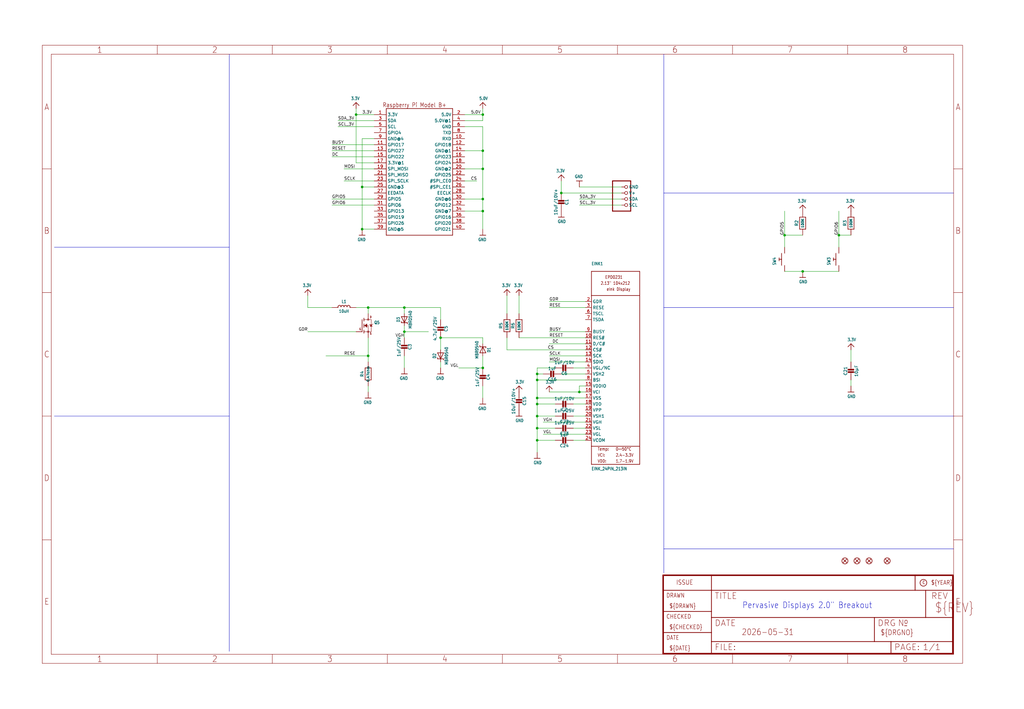
<source format=kicad_sch>
(kicad_sch (version 20230121) (generator eeschema)
  (paper "User" 430.962 298.602)
  (lib_symbols
    (symbol "working-eagle-import:3.3V" (power)
      (property "Value" "3.3V" (at -1.524 1.016 0))
      (symbol "3.3V_1_0"
        (polyline (pts (xy -1.27 -1.27) (xy 0 0)) (stroke (width 0.254)))
        (polyline (pts (xy 0 0) (xy 1.27 -1.27)) (stroke (width 0.254)))
        (pin power_in line (at 0 -2.54 90) (length 2.54) (name "3.3V") (number "1"))
      )
    )
    (symbol "working-eagle-import:5.0V" (power)
      (property "Value" "5.0V" (at -1.524 1.016 0))
      (symbol "5.0V_1_0"
        (polyline (pts (xy -1.27 -1.27) (xy 0 0)) (stroke (width 0.254)))
        (polyline (pts (xy 0 0) (xy 1.27 -1.27)) (stroke (width 0.254)))
        (pin power_in line (at 0 -2.54 90) (length 2.54) (name "5.0V") (number "1"))
      )
    )
    (symbol "working-eagle-import:CAP_CERAMIC0805-NOOUTLINE"
      (property "Reference" "C" (at -2.29 1.25 90))
      (symbol "CAP_CERAMIC0805-NOOUTLINE_1_0"
        (rectangle (start -1.27 0.508) (end 1.27 1.016) (fill (type outline)))
        (rectangle (start -1.27 1.524) (end 1.27 2.032) (fill (type outline)))
        (polyline (pts (xy 0 0.762) (xy 0 0)) (stroke (width 0.1524)))
        (polyline (pts (xy 0 2.54) (xy 0 1.778)) (stroke (width 0.1524)))
        (pin passive line (at 0 5.08 270) (length 2.54) (name "1") (number "1"))
        (pin passive line (at 0 -2.54 90) (length 2.54) (name "2") (number "2"))
      )
    )
    (symbol "working-eagle-import:DIODE-SCHOTTKYSOD-123"
      (property "Reference" "D" (at 0 2.54 0))
      (symbol "DIODE-SCHOTTKYSOD-123_1_0"
        (polyline (pts (xy -1.27 -1.27) (xy 1.27 0)) (stroke (width 0.254)))
        (polyline (pts (xy -1.27 1.27) (xy -1.27 -1.27)) (stroke (width 0.254)))
        (polyline (pts (xy 1.27 -1.27) (xy 1.778 -1.27)) (stroke (width 0.254)))
        (polyline (pts (xy 1.27 0) (xy -1.27 1.27)) (stroke (width 0.254)))
        (polyline (pts (xy 1.27 0) (xy 1.27 -1.27)) (stroke (width 0.254)))
        (polyline (pts (xy 1.27 1.27) (xy 0.762 1.27)) (stroke (width 0.254)))
        (polyline (pts (xy 1.27 1.27) (xy 1.27 0)) (stroke (width 0.254)))
        (pin passive line (at -2.54 0 0) (length 2.54) (name "A") (number "A"))
        (pin passive line (at 2.54 0 180) (length 2.54) (name "C") (number "C"))
      )
    )
    (symbol "working-eagle-import:EINK_24PIN_213IN"
      (property "Reference" "EINK" (at -10.16 43.18 0))
      (symbol "EINK_24PIN_213IN_1_0"
        (polyline (pts (xy -10.16 -40.64) (xy 10.16 -40.64)) (stroke (width 0.254)))
        (polyline (pts (xy -10.16 -33.02) (xy -10.16 -40.64)) (stroke (width 0.254)))
        (polyline (pts (xy -10.16 -33.02) (xy -10.16 30.48)) (stroke (width 0.254)))
        (polyline (pts (xy -10.16 30.48) (xy 10.16 30.48)) (stroke (width 0.254)))
        (polyline (pts (xy -10.16 40.64) (xy -10.16 30.48)) (stroke (width 0.254)))
        (polyline (pts (xy -10.16 40.64) (xy 10.16 40.64)) (stroke (width 0.254)))
        (polyline (pts (xy 10.16 -40.64) (xy 10.16 -33.02)) (stroke (width 0.254)))
        (polyline (pts (xy 10.16 -33.02) (xy -10.16 -33.02)) (stroke (width 0.254)))
        (polyline (pts (xy 10.16 30.48) (xy 10.16 -33.02)) (stroke (width 0.254)))
        (polyline (pts (xy 10.16 40.64) (xy 10.16 30.48)) (stroke (width 0.254)))
        (text "0~~50°C" (at 0 -34.925 0) (effects (font (size 1.27 1.0795)) (justify left bottom)))
        (text "1.7-1.9V" (at 0 -40.005 0) (effects (font (size 1.27 1.0795)) (justify left bottom)))
        (text "2.13\" 104x212" (at -6.35 34.925 0) (effects (font (size 1.27 1.0795)) (justify left bottom)))
        (text "2.4-3.3V" (at 0 -37.465 0) (effects (font (size 1.27 1.0795)) (justify left bottom)))
        (text "eInk Display" (at -3.81 32.385 0) (effects (font (size 1.27 1.0795)) (justify left bottom)))
        (text "EPD0231" (at -4.445 37.465 0) (effects (font (size 1.27 1.0795)) (justify left bottom)))
        (text "Temp:" (at -7.62 -34.925 0) (effects (font (size 1.27 1.0795)) (justify left bottom)))
        (text "VCI:" (at -7.62 -37.465 0) (effects (font (size 1.27 1.0795)) (justify left bottom)))
        (text "VDD:" (at -7.62 -40.005 0) (effects (font (size 1.27 1.0795)) (justify left bottom)))
        (pin input line (at -12.7 12.7 0) (length 2.54) (name "RES#") (number "10"))
        (pin input line (at -12.7 10.16 0) (length 2.54) (name "D/C#") (number "11"))
        (pin input line (at -12.7 7.62 0) (length 2.54) (name "CS#") (number "12"))
        (pin bidirectional line (at -12.7 5.08 0) (length 2.54) (name "SCK") (number "13"))
        (pin bidirectional line (at -12.7 2.54 0) (length 2.54) (name "SDIO") (number "14"))
        (pin power_in line (at -12.7 -7.62 0) (length 2.54) (name "VDDIO") (number "15"))
        (pin power_in line (at -12.7 -10.16 0) (length 2.54) (name "VCI") (number "16"))
        (pin power_in line (at -12.7 -12.7 0) (length 2.54) (name "VSS") (number "17"))
        (pin passive line (at -12.7 -15.24 0) (length 2.54) (name "VDD") (number "18"))
        (pin passive line (at -12.7 -17.78 0) (length 2.54) (name "VPP") (number "19"))
        (pin output line (at -12.7 27.94 0) (length 2.54) (name "GDR") (number "2"))
        (pin passive line (at -12.7 -20.32 0) (length 2.54) (name "VSH1") (number "20"))
        (pin passive line (at -12.7 -22.86 0) (length 2.54) (name "VGH") (number "21"))
        (pin passive line (at -12.7 -25.4 0) (length 2.54) (name "VSL") (number "22"))
        (pin passive line (at -12.7 -27.94 0) (length 2.54) (name "VGL") (number "23"))
        (pin passive line (at -12.7 -30.48 0) (length 2.54) (name "VCOM") (number "24"))
        (pin input line (at -12.7 25.4 0) (length 2.54) (name "RESE") (number "3"))
        (pin bidirectional line (at -12.7 0 0) (length 2.54) (name "VGL/NC") (number "4"))
        (pin passive line (at -12.7 -2.54 0) (length 2.54) (name "VSH2") (number "5"))
        (pin output line (at -12.7 22.86 0) (length 2.54) (name "TSCL") (number "6"))
        (pin bidirectional line (at -12.7 20.32 0) (length 2.54) (name "TSDA") (number "7"))
        (pin input line (at -12.7 -5.08 0) (length 2.54) (name "BSI") (number "8"))
        (pin output line (at -12.7 15.24 0) (length 2.54) (name "BUSY") (number "9"))
      )
    )
    (symbol "working-eagle-import:FIDUCIAL_1MM"
      (symbol "FIDUCIAL_1MM_1_0"
        (polyline (pts (xy -0.762 0.762) (xy 0.762 -0.762)) (stroke (width 0.254)))
        (polyline (pts (xy 0.762 0.762) (xy -0.762 -0.762)) (stroke (width 0.254)))
        (circle (center 0 0) (radius 1.27) (stroke (width 0.254)))
      )
    )
    (symbol "working-eagle-import:FRAME_A3"
      (symbol "FRAME_A3_1_0"
        (polyline (pts (xy 0 52.07) (xy 3.81 52.07)))
        (polyline (pts (xy 0 104.14) (xy 3.81 104.14)))
        (polyline (pts (xy 0 156.21) (xy 3.81 156.21)))
        (polyline (pts (xy 0 208.28) (xy 3.81 208.28)))
        (polyline (pts (xy 3.81 3.81) (xy 3.81 256.54)))
        (polyline (pts (xy 48.4188 0) (xy 48.4188 3.81)))
        (polyline (pts (xy 48.4188 256.54) (xy 48.4188 260.35)))
        (polyline (pts (xy 96.8375 0) (xy 96.8375 3.81)))
        (polyline (pts (xy 96.8375 256.54) (xy 96.8375 260.35)))
        (polyline (pts (xy 145.2563 0) (xy 145.2563 3.81)))
        (polyline (pts (xy 145.2563 256.54) (xy 145.2563 260.35)))
        (polyline (pts (xy 193.675 0) (xy 193.675 3.81)))
        (polyline (pts (xy 193.675 256.54) (xy 193.675 260.35)))
        (polyline (pts (xy 242.0938 0) (xy 242.0938 3.81)))
        (polyline (pts (xy 242.0938 256.54) (xy 242.0938 260.35)))
        (polyline (pts (xy 288.29 3.81) (xy 383.54 3.81)) (stroke (width 0.1016)))
        (polyline (pts (xy 290.5125 0) (xy 290.5125 3.81)))
        (polyline (pts (xy 290.5125 256.54) (xy 290.5125 260.35)))
        (polyline (pts (xy 338.9313 0) (xy 338.9313 3.81)))
        (polyline (pts (xy 338.9313 256.54) (xy 338.9313 260.35)))
        (polyline (pts (xy 383.54 3.81) (xy 3.81 3.81)))
        (polyline (pts (xy 383.54 3.81) (xy 383.54 8.89)) (stroke (width 0.1016)))
        (polyline (pts (xy 383.54 3.81) (xy 383.54 256.54)))
        (polyline (pts (xy 383.54 8.89) (xy 383.54 13.97)) (stroke (width 0.1016)))
        (polyline (pts (xy 383.54 13.97) (xy 383.54 19.05)) (stroke (width 0.1016)))
        (polyline (pts (xy 383.54 19.05) (xy 383.54 24.13)) (stroke (width 0.1016)))
        (polyline (pts (xy 383.54 19.05) (xy 383.54 36.83)) (stroke (width 0.1016)))
        (polyline (pts (xy 383.54 52.07) (xy 387.35 52.07)))
        (polyline (pts (xy 383.54 104.14) (xy 387.35 104.14)))
        (polyline (pts (xy 383.54 156.21) (xy 387.35 156.21)))
        (polyline (pts (xy 383.54 208.28) (xy 387.35 208.28)))
        (polyline (pts (xy 383.54 256.54) (xy 3.81 256.54)))
        (polyline (pts (xy 0 0) (xy 387.35 0) (xy 387.35 260.35) (xy 0 260.35) (xy 0 0)))
        (text "1" (at 24.2094 1.905 0) (effects (font (size 2.54 2.286))))
        (text "1" (at 24.2094 258.445 0) (effects (font (size 2.54 2.286))))
        (text "2" (at 72.6281 1.905 0) (effects (font (size 2.54 2.286))))
        (text "2" (at 72.6281 258.445 0) (effects (font (size 2.54 2.286))))
        (text "3" (at 121.0469 1.905 0) (effects (font (size 2.54 2.286))))
        (text "3" (at 121.0469 258.445 0) (effects (font (size 2.54 2.286))))
        (text "4" (at 169.4656 1.905 0) (effects (font (size 2.54 2.286))))
        (text "4" (at 169.4656 258.445 0) (effects (font (size 2.54 2.286))))
        (text "5" (at 217.8844 1.905 0) (effects (font (size 2.54 2.286))))
        (text "5" (at 217.8844 258.445 0) (effects (font (size 2.54 2.286))))
        (text "6" (at 266.3031 1.905 0) (effects (font (size 2.54 2.286))))
        (text "6" (at 266.3031 258.445 0) (effects (font (size 2.54 2.286))))
        (text "7" (at 314.7219 1.905 0) (effects (font (size 2.54 2.286))))
        (text "7" (at 314.7219 258.445 0) (effects (font (size 2.54 2.286))))
        (text "8" (at 363.1406 1.905 0) (effects (font (size 2.54 2.286))))
        (text "8" (at 363.1406 258.445 0) (effects (font (size 2.54 2.286))))
        (text "A" (at 1.905 234.315 0) (effects (font (size 2.54 2.286))))
        (text "A" (at 385.445 234.315 0) (effects (font (size 2.54 2.286))))
        (text "B" (at 1.905 182.245 0) (effects (font (size 2.54 2.286))))
        (text "B" (at 385.445 182.245 0) (effects (font (size 2.54 2.286))))
        (text "C" (at 1.905 130.175 0) (effects (font (size 2.54 2.286))))
        (text "C" (at 385.445 130.175 0) (effects (font (size 2.54 2.286))))
        (text "D" (at 1.905 78.105 0) (effects (font (size 2.54 2.286))))
        (text "D" (at 385.445 78.105 0) (effects (font (size 2.54 2.286))))
        (text "E" (at 1.905 26.035 0) (effects (font (size 2.54 2.286))))
        (text "E" (at 385.445 26.035 0) (effects (font (size 2.54 2.286))))
      )
      (symbol "FRAME_A3_2_0"
        (polyline (pts (xy 1.27 -6.35) (xy 1.27 0)) (stroke (width 0.1016)))
        (polyline (pts (xy 1.27 0) (xy 82.55 0)) (stroke (width 0.1016)))
        (polyline (pts (xy 82.55 -6.35) (xy 1.27 -6.35)) (stroke (width 0.1016)))
        (polyline (pts (xy 82.55 0) (xy 82.55 -6.35)) (stroke (width 0.1016)))
        (text "PART OR WHOLE IS STRICTLY PROHIBITED WITHOUT WRITTEN PERMISSION!" (at 3.81 -5.08 0) (effects (font (size 1.27 1.0795)) (justify left bottom)))
        (text "PROPRIETARY" (at 3.81 -10.16 0) (effects (font (size 2.54 2.159) (thickness 0.4318) bold) (justify left bottom)))
        (text "THIS DRAWING CONTAINS CONFIDENTIAL INFORMATION. ANY REPRODUCTION IN" (at 3.81 -2.794 0) (effects (font (size 1.27 1.0795)) (justify left bottom)))
      )
      (symbol "FRAME_A3_3_0"
        (polyline (pts (xy -0.3048 1.5748) (xy 20.0152 1.5748)) (stroke (width 0.6096)))
        (polyline (pts (xy -0.3048 10.4648) (xy -0.3048 1.5748)) (stroke (width 0.6096)))
        (polyline (pts (xy -0.3048 10.4648) (xy 20.0152 10.4648)) (stroke (width 0.3048)))
        (polyline (pts (xy -0.3048 19.3548) (xy -0.3048 10.4648)) (stroke (width 0.6096)))
        (polyline (pts (xy -0.3048 19.3548) (xy 20.0152 19.3548)) (stroke (width 0.3048)))
        (polyline (pts (xy -0.3048 28.2448) (xy -0.3048 19.3548)) (stroke (width 0.6096)))
        (polyline (pts (xy -0.3048 28.2448) (xy 20.0152 28.2448)) (stroke (width 0.3048)))
        (polyline (pts (xy -0.3048 34.5948) (xy -0.3048 28.2448)) (stroke (width 0.6096)))
        (polyline (pts (xy 20.0152 1.5748) (xy 20.0152 6.6548)) (stroke (width 0.3048)))
        (polyline (pts (xy 20.0152 1.5748) (xy 95.5802 1.5748)) (stroke (width 0.6096)))
        (polyline (pts (xy 20.0152 6.6548) (xy 20.0152 10.4648)) (stroke (width 0.3048)))
        (polyline (pts (xy 20.0152 6.6548) (xy 88.5952 6.6548)) (stroke (width 0.3048)))
        (polyline (pts (xy 20.0152 10.4648) (xy 20.0152 16.8148)) (stroke (width 0.3048)))
        (polyline (pts (xy 20.0152 16.8148) (xy 20.0152 19.3548)) (stroke (width 0.3048)))
        (polyline (pts (xy 20.0152 19.3548) (xy 20.0152 28.2448)) (stroke (width 0.3048)))
        (polyline (pts (xy 20.0152 28.2448) (xy 20.0152 34.5948)) (stroke (width 0.3048)))
        (polyline (pts (xy 20.0152 28.2448) (xy 105.7402 28.2448)) (stroke (width 0.3048)))
        (polyline (pts (xy 20.0152 34.5948) (xy -0.3048 34.5948)) (stroke (width 0.6096)))
        (polyline (pts (xy 88.5952 6.6548) (xy 95.5802 6.6548)) (stroke (width 0.3048)))
        (polyline (pts (xy 88.5952 16.8148) (xy 20.0152 16.8148)) (stroke (width 0.3048)))
        (polyline (pts (xy 88.5952 16.8148) (xy 88.5952 6.6548)) (stroke (width 0.3048)))
        (polyline (pts (xy 95.5802 1.5748) (xy 121.6152 1.5748)) (stroke (width 0.6096)))
        (polyline (pts (xy 95.5802 6.6548) (xy 95.5802 1.5748)) (stroke (width 0.3048)))
        (polyline (pts (xy 95.5802 6.6548) (xy 121.6152 6.6548)) (stroke (width 0.3048)))
        (polyline (pts (xy 101.2952 13.3223) (xy 102.2477 13.3223)) (stroke (width 0.254)))
        (polyline (pts (xy 105.7402 28.2448) (xy 105.7402 34.5948)) (stroke (width 0.3048)))
        (polyline (pts (xy 105.7402 28.2448) (xy 110.1852 28.2448)) (stroke (width 0.3048)))
        (polyline (pts (xy 105.7402 34.5948) (xy 20.0152 34.5948)) (stroke (width 0.6096)))
        (polyline (pts (xy 110.1852 16.8148) (xy 88.5952 16.8148)) (stroke (width 0.3048)))
        (polyline (pts (xy 110.1852 28.2448) (xy 110.1852 16.8148)) (stroke (width 0.3048)))
        (polyline (pts (xy 110.1852 28.2448) (xy 121.6152 28.2448)) (stroke (width 0.3048)))
        (polyline (pts (xy 121.6152 6.6548) (xy 121.6152 1.5748)) (stroke (width 0.6096)))
        (polyline (pts (xy 121.6152 16.8148) (xy 110.1852 16.8148)) (stroke (width 0.3048)))
        (polyline (pts (xy 121.6152 16.8148) (xy 121.6152 6.6548)) (stroke (width 0.6096)))
        (polyline (pts (xy 121.6152 28.2448) (xy 121.6152 16.8148)) (stroke (width 0.6096)))
        (polyline (pts (xy 121.6152 34.5948) (xy 105.7402 34.5948)) (stroke (width 0.6096)))
        (polyline (pts (xy 121.6152 34.5948) (xy 121.6152 28.2448)) (stroke (width 0.6096)))
        (circle (center 109.2327 31.4198) (radius 1.4199) (stroke (width 0.254)))
        (text "${#}/${##}" (at 108.9152 2.8448 0) (effects (font (size 2.54 2.54)) (justify left bottom)))
        (text "${CHECKED}" (at 2.2352 11.7348 0) (effects (font (size 1.778 1.5113)) (justify left bottom)))
        (text "${COMPANY}" (at 23.349 29.6735 0) (effects (font (size 3.175 2.6987) (thickness 0.5397) bold) (justify left bottom)))
        (text "${CURRENT_DATE}" (at 32.7152 9.1948 0) (effects (font (size 2.54 2.159)) (justify left bottom)))
        (text "${DATE}" (at 2.2352 2.8448 0) (effects (font (size 1.778 1.5113)) (justify left bottom)))
        (text "${DRAWN}" (at 2.2352 20.6248 0) (effects (font (size 1.778 1.5113)) (justify left bottom)))
        (text "${DRGNO}" (at 91.1352 9.1948 0) (effects (font (size 2.1844 1.8567)) (justify left bottom)))
        (text "${PROJECTNAME}" (at 33.0327 2.8448 0) (effects (font (size 2.54 2.159)) (justify left bottom)))
        (text "${REV}" (at 113.9952 18.7198 0) (effects (font (size 3.81 3.2385)) (justify left bottom)))
        (text "${YEAR}" (at 112.4077 30.4673 0) (effects (font (size 1.778 1.5113)) (justify left bottom)))
        (text "C" (at 108.7564 30.7848 0) (effects (font (size 1.27 1.0795)) (justify left bottom)))
        (text "CHECKED" (at 0.9652 16.1798 0) (effects (font (size 1.778 1.5113)) (justify left bottom)))
        (text "DATE" (at 0.9652 7.2898 0) (effects (font (size 1.778 1.5113)) (justify left bottom)))
        (text "DATE" (at 21.2852 13.0048 0) (effects (font (size 2.54 2.54)) (justify left bottom)))
        (text "DRAWN" (at 0.9652 25.0698 0) (effects (font (size 1.778 1.5113)) (justify left bottom)))
        (text "DRG" (at 89.8652 13.0048 0) (effects (font (size 2.54 2.54)) (justify left bottom)))
        (text "FILE:" (at 21.2852 2.8448 0) (effects (font (size 2.54 2.54)) (justify left bottom)))
        (text "ISSUE" (at 5.0927 30.4673 0) (effects (font (size 1.9304 1.6408)) (justify left bottom)))
        (text "N" (at 98.4377 13.0048 0) (effects (font (size 2.54 2.54)) (justify left bottom)))
        (text "o" (at 100.9777 13.9573 0) (effects (font (size 2.1844 1.8567)) (justify left bottom)))
        (text "PAGE:" (at 96.8502 2.8448 0) (effects (font (size 2.54 2.54)) (justify left bottom)))
        (text "REV" (at 112.4077 24.4348 0) (effects (font (size 2.54 2.54)) (justify left bottom)))
        (text "TITLE" (at 21.2852 24.4348 0) (effects (font (size 2.54 2.54)) (justify left bottom)))
      )
    )
    (symbol "working-eagle-import:GND" (power)
      (property "Value" "GND" (at -1.524 -2.54 0))
      (symbol "GND_1_0"
        (polyline (pts (xy -1.27 0) (xy 1.27 0)) (stroke (width 0.254)))
        (pin power_in line (at 0 2.54 270) (length 2.54) (name "GND") (number "1"))
      )
    )
    (symbol "working-eagle-import:INDUCTORNR401"
      (property "Reference" "L" (at 0 2.54 0))
      (symbol "INDUCTORNR401_1_0"
        (arc (start -1.27 0.3173) (mid -1.9049 0.9497) (end -2.54 0.3175) (stroke (width 0.254)))
        (polyline (pts (xy -2.54 0.3175) (xy -2.54 0)) (stroke (width 0.254)))
        (polyline (pts (xy 2.54 0.3175) (xy 2.54 0)) (stroke (width 0.254)))
        (arc (start 0 0.3173) (mid -0.6349 0.9497) (end -1.27 0.3175) (stroke (width 0.254)))
        (arc (start 1.27 0.3173) (mid 0.6351 0.9497) (end 0 0.3175) (stroke (width 0.254)))
        (arc (start 2.54 0.3173) (mid 1.9051 0.9497) (end 1.27 0.3175) (stroke (width 0.254)))
        (pin passive line (at -5.08 0 0) (length 2.54) (name "1") (number "P$1"))
        (pin passive line (at 5.08 0 180) (length 2.54) (name "2") (number "P$2"))
      )
    )
    (symbol "working-eagle-import:IRLML2060TRPBF"
      (property "Reference" "Q" (at 5.08 0.635 0))
      (symbol "IRLML2060TRPBF_1_0"
        (polyline (pts (xy 0 2.54) (xy 0 -2.54)) (stroke (width 0.254)))
        (polyline (pts (xy 0.762 -2.54) (xy 0.762 -3.175)) (stroke (width 0.254)))
        (polyline (pts (xy 0.762 -1.905) (xy 0.762 -2.54)) (stroke (width 0.254)))
        (polyline (pts (xy 0.762 0) (xy 0.762 -0.762)) (stroke (width 0.254)))
        (polyline (pts (xy 0.762 0) (xy 2.54 0)) (stroke (width 0.1524)))
        (polyline (pts (xy 0.762 0.762) (xy 0.762 0)) (stroke (width 0.254)))
        (polyline (pts (xy 0.762 2.54) (xy 0.762 1.905)) (stroke (width 0.254)))
        (polyline (pts (xy 0.762 2.54) (xy 3.81 2.54)) (stroke (width 0.1524)))
        (polyline (pts (xy 0.762 3.175) (xy 0.762 2.54)) (stroke (width 0.254)))
        (polyline (pts (xy 2.54 -2.54) (xy 0.762 -2.54)) (stroke (width 0.1524)))
        (polyline (pts (xy 2.54 -2.54) (xy 3.81 -2.54)) (stroke (width 0.1524)))
        (polyline (pts (xy 2.54 0) (xy 2.54 -2.54)) (stroke (width 0.1524)))
        (polyline (pts (xy 3.302 0.508) (xy 3.048 0.254)) (stroke (width 0.1524)))
        (polyline (pts (xy 3.81 0.508) (xy 3.302 0.508)) (stroke (width 0.1524)))
        (polyline (pts (xy 3.81 0.508) (xy 3.81 -2.54)) (stroke (width 0.1524)))
        (polyline (pts (xy 3.81 2.54) (xy 3.81 0.508)) (stroke (width 0.1524)))
        (polyline (pts (xy 4.318 0.508) (xy 3.81 0.508)) (stroke (width 0.1524)))
        (polyline (pts (xy 4.572 0.762) (xy 4.318 0.508)) (stroke (width 0.1524)))
        (polyline (pts (xy 1.016 0) (xy 2.032 0.762) (xy 2.032 -0.762)) (stroke (width 0.1524)) (fill (type outline)))
        (polyline (pts (xy 3.81 0.508) (xy 3.302 -0.254) (xy 4.318 -0.254)) (stroke (width 0.1524)) (fill (type outline)))
        (circle (center 2.54 -2.54) (radius 0.3592))
        (circle (center 2.54 2.54) (radius 0.3592))
        (text "D" (at 3.175 3.175 0) (effects (font (size 0.8128 0.6908)) (justify left bottom)))
        (text "G" (at -1.27 -1.905 0) (effects (font (size 0.8128 0.6908)) (justify left bottom)))
        (text "S" (at 3.175 -3.81 0) (effects (font (size 0.8128 0.6908)) (justify left bottom)))
        (pin bidirectional line (at -2.54 -2.54 0) (length 2.54) (name "G") (number "1"))
        (pin bidirectional line (at 2.54 -5.08 90) (length 2.54) (name "S") (number "2"))
        (pin bidirectional line (at 2.54 5.08 270) (length 2.54) (name "D") (number "3"))
      )
    )
    (symbol "working-eagle-import:RASPBERRYPI_BPLUS_SMT_NODIM"
      (symbol "RASPBERRYPI_BPLUS_SMT_NODIM_1_0"
        (polyline (pts (xy -12.7 -30.48) (xy -12.7 22.86)) (stroke (width 0.254)))
        (polyline (pts (xy -12.7 22.86) (xy 15.24 22.86)) (stroke (width 0.254)))
        (polyline (pts (xy 15.24 -30.48) (xy -12.7 -30.48)) (stroke (width 0.254)))
        (polyline (pts (xy 15.24 22.86) (xy 15.24 -30.48)) (stroke (width 0.254)))
        (text "Raspberry Pi Model B+" (at 12.7 25.4 0) (effects (font (size 1.778 1.5113)) (justify right top)))
        (pin power_in line (at -17.78 20.32 0) (length 5.08) (name "3.3V") (number "1"))
        (pin bidirectional line (at 20.32 10.16 180) (length 5.08) (name "RXD") (number "10"))
        (pin bidirectional line (at -17.78 7.62 0) (length 5.08) (name "GPIO17") (number "11"))
        (pin bidirectional line (at 20.32 7.62 180) (length 5.08) (name "GPIO18") (number "12"))
        (pin bidirectional line (at -17.78 5.08 0) (length 5.08) (name "GPIO27") (number "13"))
        (pin power_in line (at 20.32 5.08 180) (length 5.08) (name "GND@1") (number "14"))
        (pin bidirectional line (at -17.78 2.54 0) (length 5.08) (name "GPIO22") (number "15"))
        (pin bidirectional line (at 20.32 2.54 180) (length 5.08) (name "GPIO23") (number "16"))
        (pin power_in line (at -17.78 0 0) (length 5.08) (name "3.3V@1") (number "17"))
        (pin bidirectional line (at 20.32 0 180) (length 5.08) (name "GPIO24") (number "18"))
        (pin bidirectional line (at -17.78 -2.54 0) (length 5.08) (name "SPI_MOSI") (number "19"))
        (pin power_in line (at 20.32 20.32 180) (length 5.08) (name "5.0V") (number "2"))
        (pin power_in line (at 20.32 -2.54 180) (length 5.08) (name "GND@2") (number "20"))
        (pin bidirectional line (at -17.78 -5.08 0) (length 5.08) (name "SPI_MISO") (number "21"))
        (pin bidirectional line (at 20.32 -5.08 180) (length 5.08) (name "GPIO25") (number "22"))
        (pin bidirectional line (at -17.78 -7.62 0) (length 5.08) (name "SPI_SCLK") (number "23"))
        (pin bidirectional line (at 20.32 -7.62 180) (length 5.08) (name "#SPI_CE0") (number "24"))
        (pin power_in line (at -17.78 -10.16 0) (length 5.08) (name "GND@3") (number "25"))
        (pin bidirectional line (at 20.32 -10.16 180) (length 5.08) (name "#SPI_CE1") (number "26"))
        (pin bidirectional line (at -17.78 -12.7 0) (length 5.08) (name "EEDATA") (number "27"))
        (pin bidirectional line (at 20.32 -12.7 180) (length 5.08) (name "EECLK") (number "28"))
        (pin bidirectional line (at -17.78 -15.24 0) (length 5.08) (name "GPIO5") (number "29"))
        (pin bidirectional line (at -17.78 17.78 0) (length 5.08) (name "SDA") (number "3"))
        (pin power_in line (at 20.32 -15.24 180) (length 5.08) (name "GND@6") (number "30"))
        (pin bidirectional line (at -17.78 -17.78 0) (length 5.08) (name "GPIO6") (number "31"))
        (pin bidirectional line (at 20.32 -17.78 180) (length 5.08) (name "GPIO12") (number "32"))
        (pin bidirectional line (at -17.78 -20.32 0) (length 5.08) (name "GPIO13") (number "33"))
        (pin power_in line (at 20.32 -20.32 180) (length 5.08) (name "GND@7") (number "34"))
        (pin bidirectional line (at -17.78 -22.86 0) (length 5.08) (name "GPIO19") (number "35"))
        (pin bidirectional line (at 20.32 -22.86 180) (length 5.08) (name "GPIO16") (number "36"))
        (pin bidirectional line (at -17.78 -25.4 0) (length 5.08) (name "GPIO26") (number "37"))
        (pin bidirectional line (at 20.32 -25.4 180) (length 5.08) (name "GPIO20") (number "38"))
        (pin power_in line (at -17.78 -27.94 0) (length 5.08) (name "GND@5") (number "39"))
        (pin power_in line (at 20.32 17.78 180) (length 5.08) (name "5.0V@1") (number "4"))
        (pin bidirectional line (at 20.32 -27.94 180) (length 5.08) (name "GPIO21") (number "40"))
        (pin bidirectional line (at -17.78 15.24 0) (length 5.08) (name "SCL") (number "5"))
        (pin power_in line (at 20.32 15.24 180) (length 5.08) (name "GND") (number "6"))
        (pin bidirectional line (at -17.78 12.7 0) (length 5.08) (name "GPIO4") (number "7"))
        (pin bidirectional line (at 20.32 12.7 180) (length 5.08) (name "TXD") (number "8"))
        (pin power_in line (at -17.78 10.16 0) (length 5.08) (name "GND@4") (number "9"))
      )
    )
    (symbol "working-eagle-import:RESISTOR0805_10MGAP"
      (property "Reference" "R" (at 0 2.54 0))
      (symbol "RESISTOR0805_10MGAP_1_0"
        (polyline (pts (xy -2.54 -1.27) (xy -2.54 1.27)) (stroke (width 0.254)))
        (polyline (pts (xy -2.54 1.27) (xy 2.54 1.27)) (stroke (width 0.254)))
        (polyline (pts (xy 2.54 -1.27) (xy -2.54 -1.27)) (stroke (width 0.254)))
        (polyline (pts (xy 2.54 1.27) (xy 2.54 -1.27)) (stroke (width 0.254)))
        (pin passive line (at -5.08 0 0) (length 2.54) (name "1") (number "1"))
        (pin passive line (at 5.08 0 180) (length 2.54) (name "2") (number "2"))
      )
    )
    (symbol "working-eagle-import:RESISTOR_0603_NOOUT"
      (property "Reference" "R" (at 0 2.54 0))
      (symbol "RESISTOR_0603_NOOUT_1_0"
        (polyline (pts (xy -2.54 -1.27) (xy -2.54 1.27)) (stroke (width 0.254)))
        (polyline (pts (xy -2.54 1.27) (xy 2.54 1.27)) (stroke (width 0.254)))
        (polyline (pts (xy 2.54 -1.27) (xy -2.54 -1.27)) (stroke (width 0.254)))
        (polyline (pts (xy 2.54 1.27) (xy 2.54 -1.27)) (stroke (width 0.254)))
        (pin passive line (at -5.08 0 0) (length 2.54) (name "1") (number "1"))
        (pin passive line (at 5.08 0 180) (length 2.54) (name "2") (number "2"))
      )
    )
    (symbol "working-eagle-import:STEMMA_I2C_QT"
      (symbol "STEMMA_I2C_QT_1_0"
        (polyline (pts (xy -3.81 -5.08) (xy 3.81 -5.08)) (stroke (width 0.4064)))
        (polyline (pts (xy -3.81 7.62) (xy -3.81 -5.08)) (stroke (width 0.4064)))
        (polyline (pts (xy 3.81 -5.08) (xy 3.81 7.62)) (stroke (width 0.4064)))
        (polyline (pts (xy 3.81 7.62) (xy -3.81 7.62)) (stroke (width 0.4064)))
        (pin passive inverted (at 0 5.08 0) (length 2.54) (name "GND") (number "1"))
        (pin passive inverted (at 0 2.54 0) (length 2.54) (name "V+") (number "2"))
        (pin passive inverted (at 0 0 0) (length 2.54) (name "SDA") (number "3"))
        (pin passive inverted (at 0 -2.54 0) (length 2.54) (name "SCL") (number "4"))
      )
      (symbol "STEMMA_I2C_QT_2_0"
        (pin bidirectional line (at 0 0 0) (length 5.08) (name "MT") (number "MT1"))
      )
      (symbol "STEMMA_I2C_QT_3_0"
        (pin bidirectional line (at 0 0 0) (length 5.08) (name "MT") (number "MT2"))
      )
    )
    (symbol "working-eagle-import:SWITCH_PUSHBUTTON_3.5X6MM"
      (property "Reference" "SW" (at -2.54 3.556 0))
      (symbol "SWITCH_PUSHBUTTON_3.5X6MM_1_0"
        (polyline (pts (xy -2.54 1.27) (xy 0 1.27)) (stroke (width 0.254)))
        (polyline (pts (xy -0.635 2.286) (xy 0 2.286)) (stroke (width 0.254)))
        (polyline (pts (xy 0 1.27) (xy 0 2.286)) (stroke (width 0.254)))
        (polyline (pts (xy 0 1.27) (xy 2.54 1.27)) (stroke (width 0.254)))
        (polyline (pts (xy 0 2.286) (xy 0.635 2.286)) (stroke (width 0.254)))
        (pin passive line (at -5.08 0 0) (length 2.54) (name "P$1") (number "P$1"))
        (pin passive line (at 5.08 0 180) (length 2.54) (name "P$2") (number "P$2"))
      )
    )
  )
  (junction (at 152.4 78.74))
  (junction (at 203.2 48.26))
  (junction (at 203.2 88.9))
  (junction (at 243.84 165.1))
  (junction (at 203.2 63.5))
  (junction (at 203.2 83.82))
  (junction (at 226.06 157.48))
  (junction (at 226.06 180.34))
  (junction (at 226.06 160.02))
  (junction (at 226.06 170.18))
  (junction (at 149.86 48.26))
  (junction (at 236.22 81.28))
  (junction (at 154.94 129.54))
  (junction (at 170.18 129.54))
  (junction (at 170.18 139.7))
  (junction (at 353.06 99.06))
  (junction (at 185.42 142.24))
  (junction (at 226.06 185.42))
  (junction (at 203.2 71.12))
  (junction (at 203.2 154.94))
  (junction (at 330.2 99.06))
  (junction (at 152.4 96.52))
  (junction (at 226.06 175.26))
  (junction (at 337.82 114.3))
  (junction (at 154.94 149.86))
  (junction (at 226.06 167.64))
  (wire (pts (xy 330.2 114.3) (xy 337.82 114.3)) (stroke (width 0.1524)))
  (wire (pts (xy 337.82 114.3) (xy 353.06 114.3)) (stroke (width 0.1524)))
  (wire (pts (xy 154.94 132.08) (xy 154.94 129.54)) (stroke (width 0.1524)))
  (wire (pts (xy 152.4 96.52) (xy 152.4 78.74)) (stroke (width 0.1524)))
  (wire (pts (xy 139.7 63.5) (xy 157.48 63.5)) (stroke (width 0.1524)))
  (wire (pts (xy 149.86 48.26) (xy 149.86 45.72)) (stroke (width 0.1524)))
  (wire (pts (xy 154.94 165.1) (xy 154.94 162.56)) (stroke (width 0.1524)))
  (wire (pts (xy 358.14 147.32) (xy 358.14 152.4)) (stroke (width 0.1524)))
  (wire (pts (xy 203.2 83.82) (xy 203.2 88.9)) (stroke (width 0.1524)))
  (wire (pts (xy 226.06 157.48) (xy 228.6 157.48)) (stroke (width 0.1524)))
  (wire (pts (xy 203.2 53.34) (xy 203.2 63.5)) (stroke (width 0.1524)))
  (wire (pts (xy 154.94 129.54) (xy 149.86 129.54)) (stroke (width 0.1524)))
  (wire (pts (xy 246.38 167.64) (xy 226.06 167.64)) (stroke (width 0.1524)))
  (wire (pts (xy 157.48 60.96) (xy 139.7 60.96)) (stroke (width 0.1524)))
  (wire (pts (xy 243.84 165.1) (xy 231.14 165.1)) (stroke (width 0.1524)))
  (wire (pts (xy 203.2 154.94) (xy 203.2 149.86)) (stroke (width 0.1524)))
  (wire (pts (xy 170.18 129.54) (xy 170.18 132.08)) (stroke (width 0.1524)))
  (wire (pts (xy 152.4 58.42) (xy 152.4 78.74)) (stroke (width 0.1524)))
  (wire (pts (xy 180.34 139.7) (xy 170.18 139.7)) (stroke (width 0.1524)))
  (wire (pts (xy 203.2 167.64) (xy 203.2 162.56)) (stroke (width 0.1524)))
  (wire (pts (xy 246.38 152.4) (xy 231.14 152.4)) (stroke (width 0.1524)))
  (wire (pts (xy 261.62 86.36) (xy 243.84 86.36)) (stroke (width 0.1524)))
  (wire (pts (xy 330.2 99.06) (xy 330.2 88.9)) (stroke (width 0.1524)))
  (polyline (pts (xy 96.52 104.14) (xy 96.52 175.26)) (stroke (width 0.1524) (type solid)))
  (polyline (pts (xy 401.32 231.14) (xy 279.4 231.14)) (stroke (width 0.1524) (type solid)))
  (wire (pts (xy 195.58 53.34) (xy 203.2 53.34)) (stroke (width 0.1524)))
  (wire (pts (xy 226.06 154.94) (xy 226.06 157.48)) (stroke (width 0.1524)))
  (wire (pts (xy 154.94 149.86) (xy 137.16 149.86)) (stroke (width 0.1524)))
  (wire (pts (xy 246.38 170.18) (xy 241.3 170.18)) (stroke (width 0.1524)))
  (wire (pts (xy 233.68 185.42) (xy 226.06 185.42)) (stroke (width 0.1524)))
  (wire (pts (xy 233.68 154.94) (xy 226.06 154.94)) (stroke (width 0.1524)))
  (polyline (pts (xy 401.32 129.54) (xy 279.4 129.54)) (stroke (width 0.1524) (type solid)))
  (wire (pts (xy 193.04 154.94) (xy 203.2 154.94)) (stroke (width 0.1524)))
  (wire (pts (xy 246.38 160.02) (xy 226.06 160.02)) (stroke (width 0.1524)))
  (wire (pts (xy 358.14 160.02) (xy 358.14 162.56)) (stroke (width 0.1524)))
  (wire (pts (xy 226.06 175.26) (xy 226.06 170.18)) (stroke (width 0.1524)))
  (wire (pts (xy 152.4 78.74) (xy 157.48 78.74)) (stroke (width 0.1524)))
  (wire (pts (xy 185.42 129.54) (xy 185.42 134.62)) (stroke (width 0.1524)))
  (wire (pts (xy 213.36 132.08) (xy 213.36 124.46)) (stroke (width 0.1524)))
  (wire (pts (xy 231.14 129.54) (xy 246.38 129.54)) (stroke (width 0.1524)))
  (wire (pts (xy 195.58 48.26) (xy 203.2 48.26)) (stroke (width 0.1524)))
  (wire (pts (xy 195.58 50.8) (xy 203.2 50.8)) (stroke (width 0.1524)))
  (wire (pts (xy 195.58 76.2) (xy 200.66 76.2)) (stroke (width 0.1524)))
  (wire (pts (xy 246.38 177.8) (xy 228.6 177.8)) (stroke (width 0.1524)))
  (polyline (pts (xy 96.52 175.26) (xy 96.52 274.32)) (stroke (width 0.1524) (type solid)))
  (wire (pts (xy 195.58 83.82) (xy 203.2 83.82)) (stroke (width 0.1524)))
  (polyline (pts (xy 96.52 22.86) (xy 96.52 104.14)) (stroke (width 0.1524) (type solid)))
  (wire (pts (xy 231.14 149.86) (xy 246.38 149.86)) (stroke (width 0.1524)))
  (wire (pts (xy 149.86 68.58) (xy 149.86 48.26)) (stroke (width 0.1524)))
  (wire (pts (xy 195.58 88.9) (xy 203.2 88.9)) (stroke (width 0.1524)))
  (wire (pts (xy 261.62 81.28) (xy 236.22 81.28)) (stroke (width 0.1524)))
  (polyline (pts (xy 22.86 175.26) (xy 96.52 175.26)) (stroke (width 0.1524) (type solid)))
  (wire (pts (xy 233.68 180.34) (xy 226.06 180.34)) (stroke (width 0.1524)))
  (wire (pts (xy 353.06 99.06) (xy 353.06 104.14)) (stroke (width 0.1524)))
  (wire (pts (xy 246.38 162.56) (xy 243.84 162.56)) (stroke (width 0.1524)))
  (wire (pts (xy 353.06 88.9) (xy 353.06 99.06)) (stroke (width 0.1524)))
  (wire (pts (xy 213.36 147.32) (xy 213.36 142.24)) (stroke (width 0.1524)))
  (wire (pts (xy 241.3 185.42) (xy 246.38 185.42)) (stroke (width 0.1524)))
  (wire (pts (xy 203.2 88.9) (xy 203.2 96.52)) (stroke (width 0.1524)))
  (wire (pts (xy 185.42 152.4) (xy 185.42 154.94)) (stroke (width 0.1524)))
  (wire (pts (xy 243.84 162.56) (xy 243.84 165.1)) (stroke (width 0.1524)))
  (polyline (pts (xy 401.32 81.28) (xy 279.4 81.28)) (stroke (width 0.1524) (type solid)))
  (wire (pts (xy 203.2 63.5) (xy 203.2 71.12)) (stroke (width 0.1524)))
  (wire (pts (xy 195.58 71.12) (xy 203.2 71.12)) (stroke (width 0.1524)))
  (wire (pts (xy 353.06 99.06) (xy 358.14 99.06)) (stroke (width 0.1524)))
  (wire (pts (xy 330.2 104.14) (xy 330.2 99.06)) (stroke (width 0.1524)))
  (wire (pts (xy 129.54 139.7) (xy 149.86 139.7)) (stroke (width 0.1524)))
  (wire (pts (xy 246.38 139.7) (xy 231.14 139.7)) (stroke (width 0.1524)))
  (polyline (pts (xy 279.4 241.3) (xy 279.4 231.14)) (stroke (width 0.1524) (type solid)))
  (wire (pts (xy 154.94 142.24) (xy 154.94 149.86)) (stroke (width 0.1524)))
  (wire (pts (xy 170.18 137.16) (xy 170.18 139.7)) (stroke (width 0.1524)))
  (wire (pts (xy 157.48 58.42) (xy 152.4 58.42)) (stroke (width 0.1524)))
  (wire (pts (xy 170.18 129.54) (xy 185.42 129.54)) (stroke (width 0.1524)))
  (wire (pts (xy 129.54 129.54) (xy 139.7 129.54)) (stroke (width 0.1524)))
  (wire (pts (xy 243.84 165.1) (xy 246.38 165.1)) (stroke (width 0.1524)))
  (wire (pts (xy 246.38 157.48) (xy 236.22 157.48)) (stroke (width 0.1524)))
  (wire (pts (xy 203.2 142.24) (xy 185.42 142.24)) (stroke (width 0.1524)))
  (wire (pts (xy 233.68 175.26) (xy 226.06 175.26)) (stroke (width 0.1524)))
  (wire (pts (xy 203.2 71.12) (xy 203.2 83.82)) (stroke (width 0.1524)))
  (wire (pts (xy 226.06 185.42) (xy 226.06 180.34)) (stroke (width 0.1524)))
  (polyline (pts (xy 401.32 175.26) (xy 279.4 175.26)) (stroke (width 0.1524) (type solid)))
  (wire (pts (xy 195.58 63.5) (xy 203.2 63.5)) (stroke (width 0.1524)))
  (wire (pts (xy 154.94 152.4) (xy 154.94 149.86)) (stroke (width 0.1524)))
  (wire (pts (xy 154.94 129.54) (xy 170.18 129.54)) (stroke (width 0.1524)))
  (wire (pts (xy 236.22 81.28) (xy 236.22 76.2)) (stroke (width 0.1524)))
  (wire (pts (xy 246.38 127) (xy 231.14 127)) (stroke (width 0.1524)))
  (wire (pts (xy 246.38 147.32) (xy 213.36 147.32)) (stroke (width 0.1524)))
  (wire (pts (xy 330.2 99.06) (xy 337.82 99.06)) (stroke (width 0.1524)))
  (wire (pts (xy 157.48 50.8) (xy 142.24 50.8)) (stroke (width 0.1524)))
  (wire (pts (xy 226.06 190.5) (xy 226.06 185.42)) (stroke (width 0.1524)))
  (wire (pts (xy 203.2 45.72) (xy 203.2 48.26)) (stroke (width 0.1524)))
  (wire (pts (xy 246.38 144.78) (xy 231.14 144.78)) (stroke (width 0.1524)))
  (wire (pts (xy 157.48 48.26) (xy 149.86 48.26)) (stroke (width 0.1524)))
  (wire (pts (xy 157.48 68.58) (xy 149.86 68.58)) (stroke (width 0.1524)))
  (polyline (pts (xy 279.4 129.54) (xy 279.4 81.28)) (stroke (width 0.1524) (type solid)))
  (wire (pts (xy 218.44 132.08) (xy 218.44 124.46)) (stroke (width 0.1524)))
  (wire (pts (xy 233.68 170.18) (xy 226.06 170.18)) (stroke (width 0.1524)))
  (wire (pts (xy 261.62 78.74) (xy 243.84 78.74)) (stroke (width 0.1524)))
  (wire (pts (xy 157.48 66.04) (xy 139.7 66.04)) (stroke (width 0.1524)))
  (polyline (pts (xy 22.86 104.14) (xy 96.52 104.14)) (stroke (width 0.1524) (type solid)))
  (wire (pts (xy 157.48 76.2) (xy 144.78 76.2)) (stroke (width 0.1524)))
  (wire (pts (xy 157.48 71.12) (xy 144.78 71.12)) (stroke (width 0.1524)))
  (wire (pts (xy 246.38 182.88) (xy 228.6 182.88)) (stroke (width 0.1524)))
  (polyline (pts (xy 279.4 81.28) (xy 279.4 22.86)) (stroke (width 0.1524) (type solid)))
  (wire (pts (xy 170.18 149.86) (xy 170.18 154.94)) (stroke (width 0.1524)))
  (wire (pts (xy 226.06 167.64) (xy 226.06 160.02)) (stroke (width 0.1524)))
  (wire (pts (xy 170.18 142.24) (xy 170.18 139.7)) (stroke (width 0.1524)))
  (polyline (pts (xy 279.4 231.14) (xy 279.4 175.26)) (stroke (width 0.1524) (type solid)))
  (wire (pts (xy 241.3 175.26) (xy 246.38 175.26)) (stroke (width 0.1524)))
  (wire (pts (xy 157.48 96.52) (xy 152.4 96.52)) (stroke (width 0.1524)))
  (wire (pts (xy 142.24 53.34) (xy 157.48 53.34)) (stroke (width 0.1524)))
  (wire (pts (xy 261.62 83.82) (xy 243.84 83.82)) (stroke (width 0.1524)))
  (wire (pts (xy 226.06 170.18) (xy 226.06 167.64)) (stroke (width 0.1524)))
  (wire (pts (xy 218.44 142.24) (xy 246.38 142.24)) (stroke (width 0.1524)))
  (wire (pts (xy 241.3 180.34) (xy 246.38 180.34)) (stroke (width 0.1524)))
  (wire (pts (xy 129.54 124.46) (xy 129.54 129.54)) (stroke (width 0.1524)))
  (wire (pts (xy 185.42 147.32) (xy 185.42 142.24)) (stroke (width 0.1524)))
  (wire (pts (xy 246.38 154.94) (xy 241.3 154.94)) (stroke (width 0.1524)))
  (wire (pts (xy 139.7 86.36) (xy 157.48 86.36)) (stroke (width 0.1524)))
  (wire (pts (xy 203.2 144.78) (xy 203.2 142.24)) (stroke (width 0.1524)))
  (wire (pts (xy 157.48 83.82) (xy 139.7 83.82)) (stroke (width 0.1524)))
  (wire (pts (xy 226.06 160.02) (xy 226.06 157.48)) (stroke (width 0.1524)))
  (wire (pts (xy 203.2 48.26) (xy 203.2 50.8)) (stroke (width 0.1524)))
  (wire (pts (xy 226.06 180.34) (xy 226.06 175.26)) (stroke (width 0.1524)))
  (polyline (pts (xy 279.4 175.26) (xy 279.4 129.54)) (stroke (width 0.1524) (type solid)))
  (text "Pervasive Displays 2.0\" Breakout" (at 312.42 256.54 0) (effects (font (size 2.54 2.159)) (justify left bottom)))
  (label "DC" (at 139.7 66.04 0) (effects (font (size 1.2446 1.2446))))
  (label "GPIO5" (at 139.7 83.82 0) (effects (font (size 1.2446 1.2446))))
  (label "RESE" (at 144.78 149.86 0) (effects (font (size 1.2446 1.2446))))
  (label "RESE" (at 231.14 129.54 0) (effects (font (size 1.2446 1.2446))))
  (label "DC" (at 232.41 144.78 0) (effects (font (size 1.2446 1.2446))))
  (label "CS" (at 198.12 76.2 0) (effects (font (size 1.2446 1.2446))))
  (label "BUSY" (at 231.14 139.7 0) (effects (font (size 1.2446 1.2446))))
  (label "SCL_3V" (at 243.84 86.36 0) (effects (font (size 1.2446 1.2446))))
  (label "GPIO6" (at 139.7 86.36 0) (effects (font (size 1.2446 1.2446))))
  (label "3.3V" (at 152.4 48.26 0) (effects (font (size 1.2446 1.2446))))
  (label "SCLK" (at 144.78 76.2 0) (effects (font (size 1.2446 1.2446))))
  (label "RESET" (at 231.14 142.24 0) (effects (font (size 1.2446 1.2446))))
  (label "VGH" (at 228.6 177.8 0) (effects (font (size 1.2446 1.2446))))
  (label "MOSI" (at 231.14 152.4 0) (effects (font (size 1.2446 1.2446))))
  (label "SCL_3V" (at 142.24 53.34 0) (effects (font (size 1.2446 1.2446))))
  (label "VGL" (at 228.6 182.88 0) (effects (font (size 1.2446 1.2446))))
  (label "RESET" (at 139.7 63.5 0) (effects (font (size 1.2446 1.2446))))
  (label "SDA_3V" (at 243.84 83.82 0) (effects (font (size 1.2446 1.2446))))
  (label "CS" (at 230.505 147.32 0) (effects (font (size 1.2446 1.2446))))
  (label "VGH" (at 170.18 142.24 180) (effects (font (size 1.2446 1.2446))))
  (label "MOSI" (at 144.78 71.12 0) (effects (font (size 1.2446 1.2446))))
  (label "BUSY" (at 139.7 60.96 0) (effects (font (size 1.2446 1.2446))))
  (label "VGL" (at 193.04 154.94 180) (effects (font (size 1.2446 1.2446))))
  (label "5.0V" (at 198.12 48.26 0) (effects (font (size 1.2446 1.2446))))
  (label "GDR" (at 129.54 139.7 180) (effects (font (size 1.2446 1.2446))))
  (label "SCLK" (at 231.14 149.86 0) (effects (font (size 1.2446 1.2446))))
  (label "GPIO5" (at 330.2 99.06 90) (effects (font (size 1.2446 1.2446))))
  (label "SDA_3V" (at 142.24 50.8 0) (effects (font (size 1.2446 1.2446))))
  (label "GPIO6" (at 353.06 99.06 90) (effects (font (size 1.2446 1.2446))))
  (label "GDR" (at 231.14 127 0) (effects (font (size 1.2446 1.2446))))
  (symbol (lib_id "working-eagle-import:CAP_CERAMIC0805-NOOUTLINE") (at 170.18 147.32 0) (mirror y) (unit 1)
    (property "Reference" "C3" (at 172.47 146.07 90))
    (property "Value" "1uF/25V" (at 167.88 146.07 90))
    (property "Footprint" "working:0805-NO" (effects hide))
  )
  (symbol (lib_id "working-eagle-import:GND") (at 203.2 170.18 0) (mirror y) (unit 1)
    (property "Reference" "#U$7" (effects hide))
    (property "Value" "GND" (at 204.724 172.72 0) (effects (font (size 1.27 1.0795)) (justify left bottom)))
  )
  (symbol (lib_id "working-eagle-import:GND") (at 226.06 193.04 0) (unit 1)
    (property "Reference" "#U$15" (effects hide))
    (property "Value" "GND" (at 224.536 195.58 0) (effects (font (size 1.27 1.0795)) (justify left bottom)))
  )
  (symbol (lib_id "working-eagle-import:DIODE-SCHOTTKYSOD-123") (at 203.2 147.32 270) (mirror x) (unit 1)
    (property "Reference" "D1" (at 205.74 147.32 0) (effects (font (size 1.27 1.0795))))
    (property "Value" "MBR0540" (at 200.7 147.32 0) (effects (font (size 1.27 1.0795))))
    (property "Footprint" "working:SOD-123" (effects hide))
  )
  (symbol (lib_id "working-eagle-import:3.3V") (at 358.14 144.78 0) (unit 1)
    (property "Reference" "#U$20" (effects hide))
    (property "Value" "3.3V" (at 356.616 143.764 0) (effects (font (size 1.27 1.0795)) (justify left bottom)))
  )
  (symbol (lib_id "working-eagle-import:CAP_CERAMIC0805-NOOUTLINE") (at 203.2 160.02 0) (mirror y) (unit 1)
    (property "Reference" "C4" (at 205.49 158.77 90))
    (property "Value" "1uF/25V" (at 200.9 158.77 90))
    (property "Footprint" "working:0805-NO" (effects hide))
  )
  (symbol (lib_id "working-eagle-import:RESISTOR_0603_NOOUT") (at 337.82 93.98 90) (unit 1)
    (property "Reference" "R2" (at 335.28 93.98 0))
    (property "Value" "100K" (at 337.82 93.98 0) (effects (font (size 1.016 1.016) bold)))
    (property "Footprint" "working:0603-NO" (effects hide))
  )
  (symbol (lib_id "working-eagle-import:IRLML2060TRPBF") (at 152.4 137.16 0) (unit 1)
    (property "Reference" "Q5" (at 157.48 136.525 0) (effects (font (size 1.27 1.0795)) (justify left bottom)))
    (property "Value" "IRLML2060TRPBF" (effects hide))
    (property "Footprint" "working:SOT23-3" (effects hide))
  )
  (symbol (lib_id "working-eagle-import:5.0V") (at 203.2 43.18 0) (unit 1)
    (property "Reference" "#U$6" (effects hide))
    (property "Value" "5.0V" (at 201.676 42.164 0) (effects (font (size 1.27 1.0795)) (justify left bottom)))
  )
  (symbol (lib_id "working-eagle-import:FIDUCIAL_1MM") (at 355.6 236.22 0) (unit 1)
    (property "Reference" "FID3" (effects hide))
    (property "Value" "FIDUCIAL_1MM" (effects hide))
    (property "Footprint" "working:FIDUCIAL_1MM" (effects hide))
  )
  (symbol (lib_id "working-eagle-import:FRAME_A3") (at 17.78 279.4 0) (unit 1)
    (property "Reference" "#FRAME1" (effects hide))
    (property "Value" "FRAME_A3" (effects hide))
  )
  (symbol (lib_id "working-eagle-import:CAP_CERAMIC0805-NOOUTLINE") (at 233.68 157.48 90) (unit 1)
    (property "Reference" "C16" (at 232.43 159.77 90))
    (property "Value" "1uF" (at 232.43 155.18 90))
    (property "Footprint" "working:0805-NO" (effects hide))
  )
  (symbol (lib_id "working-eagle-import:INDUCTORNR401") (at 144.78 129.54 0) (mirror y) (unit 1)
    (property "Reference" "L1" (at 144.78 127 0) (effects (font (size 1.27 1.0795))))
    (property "Value" "10uH" (at 144.78 131.08 0) (effects (font (size 1.27 1.0795))))
    (property "Footprint" "working:INDUCTOR_4X4MM_NR401" (effects hide))
  )
  (symbol (lib_id "working-eagle-import:CAP_CERAMIC0805-NOOUTLINE") (at 238.76 170.18 90) (unit 1)
    (property "Reference" "C2" (at 237.51 172.47 90))
    (property "Value" "1uF/10V" (at 237.51 167.88 90))
    (property "Footprint" "working:0805-NO" (effects hide))
  )
  (symbol (lib_id "working-eagle-import:FIDUCIAL_1MM") (at 360.68 236.22 0) (unit 1)
    (property "Reference" "FID1" (effects hide))
    (property "Value" "FIDUCIAL_1MM" (effects hide))
    (property "Footprint" "working:FIDUCIAL_1MM" (effects hide))
  )
  (symbol (lib_id "working-eagle-import:FRAME_A3") (at 279.4 276.86 0) (unit 3)
    (property "Reference" "#FRAME1" (effects hide))
    (property "Value" "FRAME_A3" (effects hide))
  )
  (symbol (lib_id "working-eagle-import:3.3V") (at 149.86 43.18 0) (mirror y) (unit 1)
    (property "Reference" "#U$1" (effects hide))
    (property "Value" "3.3V" (at 151.384 42.164 0) (effects (font (size 1.27 1.0795)) (justify left bottom)))
  )
  (symbol (lib_id "working-eagle-import:FIDUCIAL_1MM") (at 373.38 236.22 0) (unit 1)
    (property "Reference" "FID4" (effects hide))
    (property "Value" "FIDUCIAL_1MM" (effects hide))
    (property "Footprint" "working:FIDUCIAL_1MM" (effects hide))
  )
  (symbol (lib_id "working-eagle-import:SWITCH_PUSHBUTTON_3.5X6MM") (at 353.06 109.22 90) (unit 1)
    (property "Reference" "SW3" (at 349.504 111.76 0) (effects (font (size 1.27 1.0795)) (justify left bottom)))
    (property "Value" "SWITCH_PUSHBUTTON_3.5X6MM" (effects hide))
    (property "Footprint" "working:TACTILE_3X6MM" (effects hide))
  )
  (symbol (lib_id "working-eagle-import:3.3V") (at 236.22 73.66 0) (mirror y) (unit 1)
    (property "Reference" "#U$26" (effects hide))
    (property "Value" "3.3V" (at 237.744 72.644 0) (effects (font (size 1.27 1.0795)) (justify left bottom)))
  )
  (symbol (lib_id "working-eagle-import:DIODE-SCHOTTKYSOD-123") (at 170.18 134.62 90) (mirror x) (unit 1)
    (property "Reference" "D3" (at 167.64 134.62 0) (effects (font (size 1.27 1.0795))))
    (property "Value" "MBR0540" (at 172.68 134.62 0) (effects (font (size 1.27 1.0795))))
    (property "Footprint" "working:SOD-123" (effects hide))
  )
  (symbol (lib_id "working-eagle-import:GND") (at 243.84 76.2 180) (unit 1)
    (property "Reference" "#U$27" (effects hide))
    (property "Value" "GND" (at 245.364 73.66 0) (effects (font (size 1.27 1.0795)) (justify left bottom)))
  )
  (symbol (lib_id "working-eagle-import:EINK_24PIN_213IN") (at 259.08 154.94 0) (unit 1)
    (property "Reference" "EINK1" (at 248.92 111.76 0) (effects (font (size 1.27 1.0795)) (justify left bottom)))
    (property "Value" "EINK_24PIN_213IN" (at 248.92 198.12 0) (effects (font (size 1.27 1.0795)) (justify left bottom)))
    (property "Footprint" "working:EINK_213IN_104X212" (effects hide))
  )
  (symbol (lib_id "working-eagle-import:3.3V") (at 358.14 86.36 0) (mirror y) (unit 1)
    (property "Reference" "#U$22" (effects hide))
    (property "Value" "3.3V" (at 359.664 85.344 0) (effects (font (size 1.27 1.0795)) (justify left bottom)))
  )
  (symbol (lib_id "working-eagle-import:CAP_CERAMIC0805-NOOUTLINE") (at 185.42 139.7 0) (mirror y) (unit 1)
    (property "Reference" "C5" (at 187.71 138.45 90))
    (property "Value" "4.7uF/25V" (at 183.12 138.45 90))
    (property "Footprint" "working:0805-NO" (effects hide))
  )
  (symbol (lib_id "working-eagle-import:RESISTOR_0603_NOOUT") (at 358.14 93.98 90) (unit 1)
    (property "Reference" "R3" (at 355.6 93.98 0))
    (property "Value" "100K" (at 358.14 93.98 0) (effects (font (size 1.016 1.016) bold)))
    (property "Footprint" "working:0603-NO" (effects hide))
  )
  (symbol (lib_id "working-eagle-import:DIODE-SCHOTTKYSOD-123") (at 185.42 149.86 90) (mirror x) (unit 1)
    (property "Reference" "D2" (at 182.88 149.86 0) (effects (font (size 1.27 1.0795))))
    (property "Value" "MBR0540" (at 187.92 149.86 0) (effects (font (size 1.27 1.0795))))
    (property "Footprint" "working:SOD-123" (effects hide))
  )
  (symbol (lib_id "working-eagle-import:CAP_CERAMIC0805-NOOUTLINE") (at 238.76 185.42 90) (unit 1)
    (property "Reference" "C24" (at 237.51 187.71 90))
    (property "Value" "1uF" (at 237.51 183.12 90))
    (property "Footprint" "working:0805-NO" (effects hide))
  )
  (symbol (lib_id "working-eagle-import:STEMMA_I2C_QT") (at 261.62 83.82 0) (unit 1)
    (property "Reference" "CONN2" (effects hide))
    (property "Value" "STEMMA_I2C_QT" (effects hide))
    (property "Footprint" "working:JST_SH4" (effects hide))
  )
  (symbol (lib_id "working-eagle-import:SWITCH_PUSHBUTTON_3.5X6MM") (at 330.2 109.22 90) (unit 1)
    (property "Reference" "SW4" (at 326.644 111.76 0) (effects (font (size 1.27 1.0795)) (justify left bottom)))
    (property "Value" "SWITCH_PUSHBUTTON_3.5X6MM" (effects hide))
    (property "Footprint" "working:TACTILE_3X6MM" (effects hide))
  )
  (symbol (lib_id "working-eagle-import:GND") (at 185.42 157.48 0) (mirror y) (unit 1)
    (property "Reference" "#U$16" (effects hide))
    (property "Value" "GND" (at 186.944 160.02 0) (effects (font (size 1.27 1.0795)) (justify left bottom)))
  )
  (symbol (lib_id "working-eagle-import:CAP_CERAMIC0805-NOOUTLINE") (at 236.22 83.82 180) (unit 1)
    (property "Reference" "C1" (at 238.51 85.07 90))
    (property "Value" "10uF/10V+" (at 233.92 85.07 90))
    (property "Footprint" "working:0805-NO" (effects hide))
  )
  (symbol (lib_id "working-eagle-import:RASPBERRYPI_BPLUS_SMT_NODIM") (at 175.26 68.58 0) (unit 1)
    (property "Reference" "RPI2" (effects hide))
    (property "Value" "RASPBERRYPI_BPLUS_SMT_NODIM" (effects hide))
    (property "Footprint" "working:PI_BONNET_SMT_NODIM" (effects hide))
  )
  (symbol (lib_id "working-eagle-import:GND") (at 236.22 91.44 0) (unit 1)
    (property "Reference" "#U$8" (effects hide))
    (property "Value" "GND" (at 234.696 93.98 0) (effects (font (size 1.27 1.0795)) (justify left bottom)))
  )
  (symbol (lib_id "working-eagle-import:GND") (at 358.14 165.1 0) (unit 1)
    (property "Reference" "#U$23" (effects hide))
    (property "Value" "GND" (at 356.616 167.64 0) (effects (font (size 1.27 1.0795)) (justify left bottom)))
  )
  (symbol (lib_id "working-eagle-import:RESISTOR_0603_NOOUT") (at 213.36 137.16 90) (unit 1)
    (property "Reference" "R5" (at 210.82 137.16 0))
    (property "Value" "100K" (at 213.36 137.16 0) (effects (font (size 1.016 1.016) bold)))
    (property "Footprint" "working:0603-NO" (effects hide))
  )
  (symbol (lib_id "working-eagle-import:GND") (at 337.82 116.84 0) (unit 1)
    (property "Reference" "#U$19" (effects hide))
    (property "Value" "GND" (at 336.296 119.38 0) (effects (font (size 1.27 1.0795)) (justify left bottom)))
  )
  (symbol (lib_id "working-eagle-import:3.3V") (at 218.44 121.92 0) (mirror y) (unit 1)
    (property "Reference" "#U$4" (effects hide))
    (property "Value" "3.3V" (at 219.964 120.904 0) (effects (font (size 1.27 1.0795)) (justify left bottom)))
  )
  (symbol (lib_id "working-eagle-import:GND") (at 203.2 99.06 0) (mirror y) (unit 1)
    (property "Reference" "#U$3" (effects hide))
    (property "Value" "GND" (at 204.724 101.6 0) (effects (font (size 1.27 1.0795)) (justify left bottom)))
  )
  (symbol (lib_id "working-eagle-import:CAP_CERAMIC0805-NOOUTLINE") (at 238.76 175.26 90) (unit 1)
    (property "Reference" "C22" (at 237.51 177.55 90))
    (property "Value" "1uF/25V" (at 237.51 172.96 90))
    (property "Footprint" "working:0805-NO" (effects hide))
  )
  (symbol (lib_id "working-eagle-import:CAP_CERAMIC0805-NOOUTLINE") (at 218.44 167.64 180) (unit 1)
    (property "Reference" "C15" (at 220.73 168.89 90))
    (property "Value" "10uF/10V+" (at 216.14 168.89 90))
    (property "Footprint" "working:0805-NO" (effects hide))
  )
  (symbol (lib_id "working-eagle-import:RESISTOR_0603_NOOUT") (at 218.44 137.16 90) (unit 1)
    (property "Reference" "R6" (at 215.9 137.16 0))
    (property "Value" "100K" (at 218.44 137.16 0) (effects (font (size 1.016 1.016) bold)))
    (property "Footprint" "working:0603-NO" (effects hide))
  )
  (symbol (lib_id "working-eagle-import:GND") (at 218.44 175.26 0) (unit 1)
    (property "Reference" "#U$38" (effects hide))
    (property "Value" "GND" (at 216.916 177.8 0) (effects (font (size 1.27 1.0795)) (justify left bottom)))
  )
  (symbol (lib_id "working-eagle-import:GND") (at 170.18 157.48 0) (mirror y) (unit 1)
    (property "Reference" "#U$14" (effects hide))
    (property "Value" "GND" (at 171.704 160.02 0) (effects (font (size 1.27 1.0795)) (justify left bottom)))
  )
  (symbol (lib_id "working-eagle-import:FIDUCIAL_1MM") (at 365.76 236.22 0) (unit 1)
    (property "Reference" "FID2" (effects hide))
    (property "Value" "FIDUCIAL_1MM" (effects hide))
    (property "Footprint" "working:FIDUCIAL_1MM" (effects hide))
  )
  (symbol (lib_id "working-eagle-import:3.3V") (at 337.82 86.36 0) (mirror y) (unit 1)
    (property "Reference" "#U$21" (effects hide))
    (property "Value" "3.3V" (at 339.344 85.344 0) (effects (font (size 1.27 1.0795)) (justify left bottom)))
  )
  (symbol (lib_id "working-eagle-import:3.3V") (at 231.14 162.56 0) (unit 1)
    (property "Reference" "#U$36" (effects hide))
    (property "Value" "3.3V" (at 229.616 161.544 0) (effects (font (size 1.27 1.0795)) (justify left bottom)))
  )
  (symbol (lib_id "working-eagle-import:RESISTOR0805_10MGAP") (at 154.94 157.48 90) (mirror x) (unit 1)
    (property "Reference" "R4" (at 152.4 157.48 0))
    (property "Value" "0.47ohm" (at 154.94 157.48 0) (effects (font (size 1.016 1.016) bold)))
    (property "Footprint" "working:0805_10MGAP" (effects hide))
  )
  (symbol (lib_id "working-eagle-import:GND") (at 154.94 167.64 0) (mirror y) (unit 1)
    (property "Reference" "#U$10" (effects hide))
    (property "Value" "GND" (at 156.464 170.18 0) (effects (font (size 1.27 1.0795)) (justify left bottom)))
  )
  (symbol (lib_id "working-eagle-import:GND") (at 152.4 99.06 0) (mirror y) (unit 1)
    (property "Reference" "#U$5" (effects hide))
    (property "Value" "GND" (at 153.924 101.6 0) (effects (font (size 1.27 1.0795)) (justify left bottom)))
  )
  (symbol (lib_id "working-eagle-import:3.3V") (at 218.44 162.56 0) (unit 1)
    (property "Reference" "#U$37" (effects hide))
    (property "Value" "3.3V" (at 216.916 161.544 0) (effects (font (size 1.27 1.0795)) (justify left bottom)))
  )
  (symbol (lib_id "working-eagle-import:3.3V") (at 213.36 121.92 0) (mirror y) (unit 1)
    (property "Reference" "#U$2" (effects hide))
    (property "Value" "3.3V" (at 214.884 120.904 0) (effects (font (size 1.27 1.0795)) (justify left bottom)))
  )
  (symbol (lib_id "working-eagle-import:CAP_CERAMIC0805-NOOUTLINE") (at 238.76 180.34 90) (unit 1)
    (property "Reference" "C23" (at 237.51 182.63 90))
    (property "Value" "1uF/25V" (at 237.51 178.04 90))
    (property "Footprint" "working:0805-NO" (effects hide))
  )
  (symbol (lib_id "working-eagle-import:3.3V") (at 129.54 121.92 0) (mirror y) (unit 1)
    (property "Reference" "#U$13" (effects hide))
    (property "Value" "3.3V" (at 131.064 120.904 0) (effects (font (size 1.27 1.0795)) (justify left bottom)))
  )
  (symbol (lib_id "working-eagle-import:CAP_CERAMIC0805-NOOUTLINE") (at 238.76 154.94 90) (unit 1)
    (property "Reference" "C6" (at 237.51 157.23 90))
    (property "Value" "1uF/10V" (at 237.51 152.64 90))
    (property "Footprint" "working:0805-NO" (effects hide))
  )
  (symbol (lib_id "working-eagle-import:CAP_CERAMIC0805-NOOUTLINE") (at 358.14 157.48 0) (unit 1)
    (property "Reference" "C21" (at 355.85 156.23 90))
    (property "Value" "10µF" (at 360.44 156.23 90))
    (property "Footprint" "working:0805-NO" (effects hide))
  )
)
</source>
